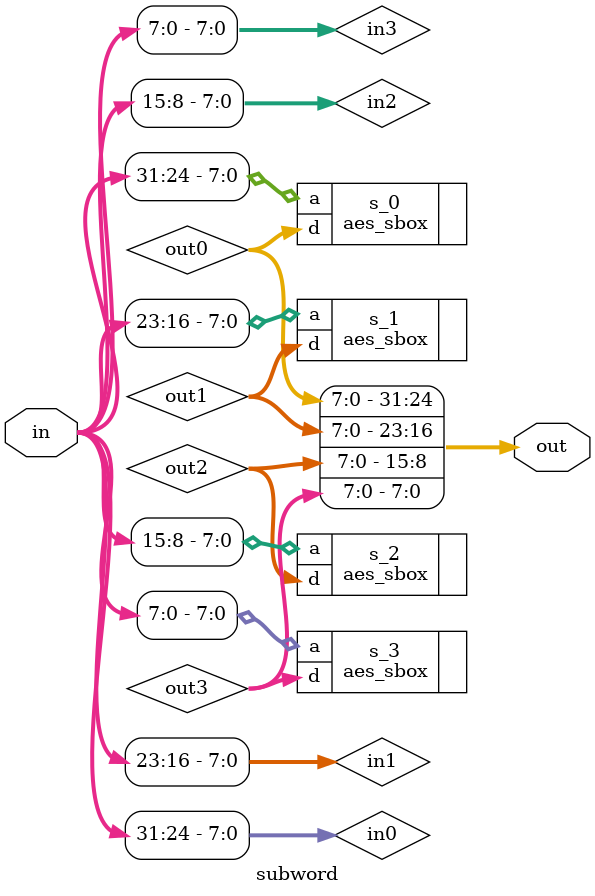
<source format=v>
module subword(in, out);
input [31:0] in;
output [31:0] out;
wire [7:0] in0,in1,in2,in3,out0,out1,out2,out3;
assign in0 = in[31:24];
assign in1 = in[23:16];
assign in2 = in[15:8];
assign in3 = in[7:0];
aes_sbox s_0(.a(in0), .d(out0));
aes_sbox s_1(.a(in1), .d(out1));
aes_sbox s_2(.a(in2), .d(out2));
aes_sbox s_3(.a(in3), .d(out3));
assign out[31:0] = {out0,out1,out2,out3};
endmodule

</source>
